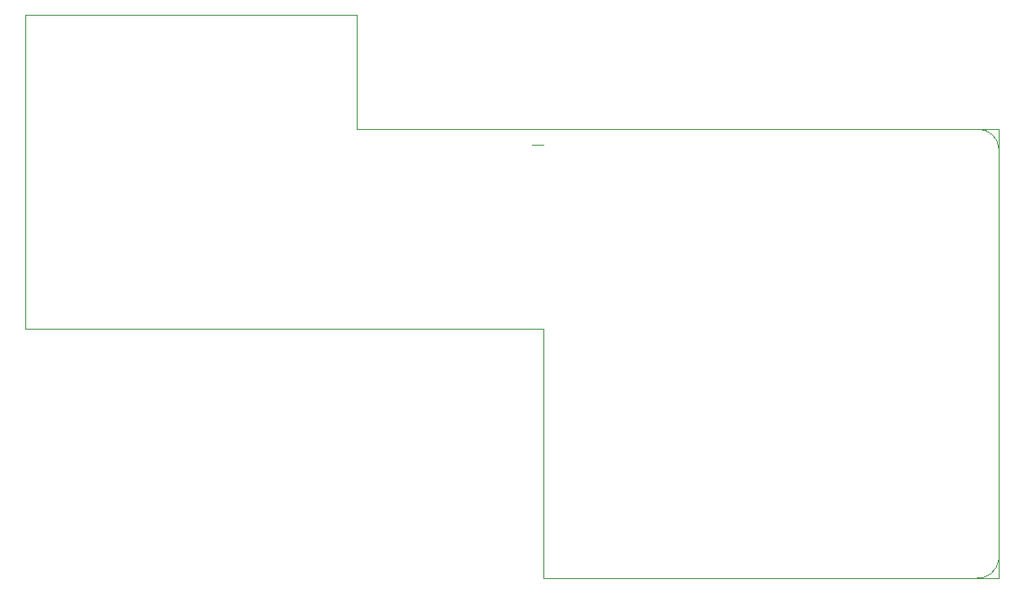
<source format=gbr>
G04 (created by PCBNEW (2013-may-18)-stable) date Sat Feb 17 15:36:07 2018*
%MOIN*%
G04 Gerber Fmt 3.4, Leading zero omitted, Abs format*
%FSLAX34Y34*%
G01*
G70*
G90*
G04 APERTURE LIST*
%ADD10C,0.00590551*%
%ADD11C,0.00393701*%
G04 APERTURE END LIST*
G54D10*
G54D11*
X91377Y-63602D02*
X91397Y-63602D01*
X91377Y-54094D02*
X91377Y-63602D01*
X91377Y-54074D02*
X91377Y-54094D01*
X71574Y-54074D02*
X91377Y-54074D01*
X71574Y-47027D02*
X71574Y-54074D01*
X108799Y-62755D02*
X108799Y-62460D01*
X107952Y-46437D02*
X107913Y-46437D01*
X108779Y-46437D02*
X108799Y-46437D01*
X108799Y-46988D02*
X108799Y-46437D01*
X96377Y-46437D02*
X107933Y-46437D01*
X84251Y-46417D02*
X84251Y-46259D01*
X84251Y-46437D02*
X84251Y-46417D01*
X96377Y-46437D02*
X84251Y-46437D01*
X71574Y-42047D02*
X84251Y-42047D01*
X71574Y-47027D02*
X71574Y-42047D01*
X84251Y-42047D02*
X84251Y-46259D01*
X108799Y-47007D02*
X108799Y-62440D01*
X108799Y-63602D02*
X108799Y-62775D01*
X107933Y-63602D02*
X108799Y-63602D01*
X107952Y-46437D02*
X108779Y-46437D01*
X107893Y-63602D02*
X91397Y-63602D01*
X107894Y-63602D02*
G75*
G03X108799Y-62853I78J826D01*
G74*
G01*
X108799Y-47184D02*
G75*
G03X107971Y-46437I-787J-39D01*
G74*
G01*
X91397Y-47027D02*
X90964Y-47027D01*
M02*

</source>
